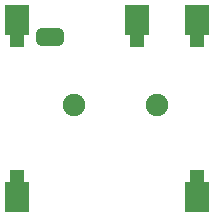
<source format=gbr>
%TF.GenerationSoftware,KiCad,Pcbnew,9.0.1+dfsg-1*%
%TF.CreationDate,2025-05-01T10:56:31+02:00*%
%TF.ProjectId,audio-jack,61756469-6f2d-46a6-9163-6b2e6b696361,rev?*%
%TF.SameCoordinates,Original*%
%TF.FileFunction,Soldermask,Bot*%
%TF.FilePolarity,Negative*%
%FSLAX46Y46*%
G04 Gerber Fmt 4.6, Leading zero omitted, Abs format (unit mm)*
G04 Created by KiCad (PCBNEW 9.0.1+dfsg-1) date 2025-05-01 10:56:31*
%MOMM*%
%LPD*%
G01*
G04 APERTURE LIST*
G04 Aperture macros list*
%AMRoundRect*
0 Rectangle with rounded corners*
0 $1 Rounding radius*
0 $2 $3 $4 $5 $6 $7 $8 $9 X,Y pos of 4 corners*
0 Add a 4 corners polygon primitive as box body*
4,1,4,$2,$3,$4,$5,$6,$7,$8,$9,$2,$3,0*
0 Add four circle primitives for the rounded corners*
1,1,$1+$1,$2,$3*
1,1,$1+$1,$4,$5*
1,1,$1+$1,$6,$7*
1,1,$1+$1,$8,$9*
0 Add four rect primitives between the rounded corners*
20,1,$1+$1,$2,$3,$4,$5,0*
20,1,$1+$1,$4,$5,$6,$7,0*
20,1,$1+$1,$6,$7,$8,$9,0*
20,1,$1+$1,$8,$9,$2,$3,0*%
%AMFreePoly0*
4,1,23,0.500000,-0.750000,0.000000,-0.750000,0.000000,-0.745722,-0.065263,-0.745722,-0.191342,-0.711940,-0.304381,-0.646677,-0.396677,-0.554381,-0.461940,-0.441342,-0.495722,-0.315263,-0.495722,-0.250000,-0.500000,-0.250000,-0.500000,0.250000,-0.495722,0.250000,-0.495722,0.315263,-0.461940,0.441342,-0.396677,0.554381,-0.304381,0.646677,-0.191342,0.711940,-0.065263,0.745722,0.000000,0.745722,
0.000000,0.750000,0.500000,0.750000,0.500000,-0.750000,0.500000,-0.750000,$1*%
%AMFreePoly1*
4,1,23,0.000000,0.745722,0.065263,0.745722,0.191342,0.711940,0.304381,0.646677,0.396677,0.554381,0.461940,0.441342,0.495722,0.315263,0.495722,0.250000,0.500000,0.250000,0.500000,-0.250000,0.495722,-0.250000,0.495722,-0.315263,0.461940,-0.441342,0.396677,-0.554381,0.304381,-0.646677,0.191342,-0.711940,0.065263,-0.745722,0.000000,-0.745722,0.000000,-0.750000,-0.500000,-0.750000,
-0.500000,0.750000,0.000000,0.750000,0.000000,0.745722,0.000000,0.745722,$1*%
G04 Aperture macros list end*
%ADD10C,1.900000*%
%ADD11R,2.000000X2.540000*%
%ADD12RoundRect,0.250000X-0.375000X0.375000X-0.375000X-0.375000X0.375000X-0.375000X0.375000X0.375000X0*%
%ADD13FreePoly0,0.000000*%
%ADD14FreePoly1,0.000000*%
G04 APERTURE END LIST*
%TO.C,JP4*%
G36*
X42300000Y-31500000D02*
G01*
X42600000Y-31500000D01*
X42600000Y-30000000D01*
X42300000Y-30000000D01*
X42300000Y-31500000D01*
G37*
%TD*%
D10*
%TO.C,J1*%
X44500000Y-36500000D03*
X51500000Y-36500000D03*
%TD*%
D11*
%TO.C,M1*%
X39650000Y-44300000D03*
D12*
X39650000Y-42600000D03*
D11*
X54890000Y-44300000D03*
D12*
X54890000Y-42600000D03*
X39650000Y-31000000D03*
D11*
X39650000Y-29300000D03*
D12*
X49810000Y-31000000D03*
D11*
X49810000Y-29300000D03*
D12*
X54890000Y-31000000D03*
D11*
X54890000Y-29300000D03*
%TD*%
D13*
%TO.C,JP4*%
X41800000Y-30750000D03*
D14*
X43100000Y-30750000D03*
%TD*%
M02*

</source>
